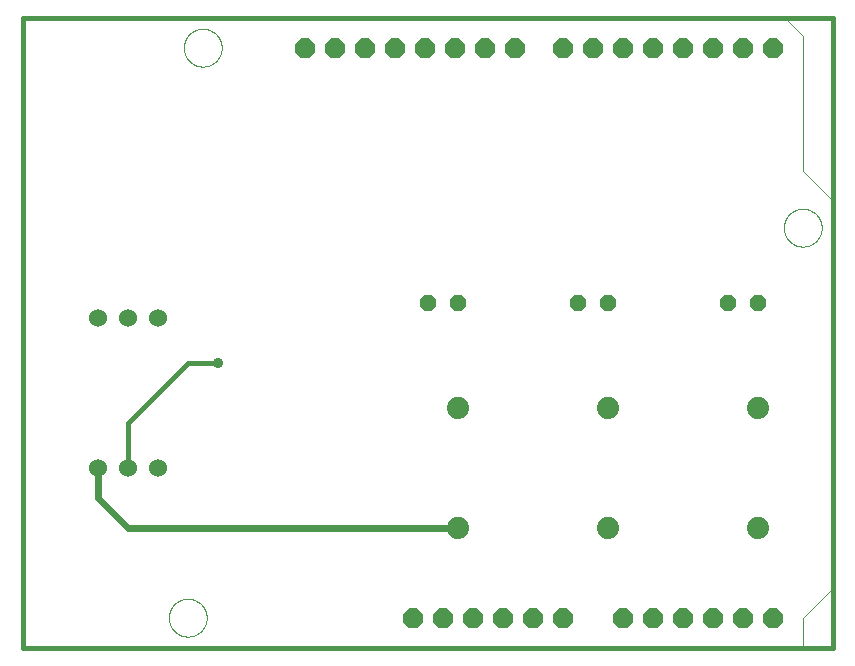
<source format=gbl>
G75*
%MOIN*%
%OFA0B0*%
%FSLAX25Y25*%
%IPPOS*%
%LPD*%
%AMOC8*
5,1,8,0,0,1.08239X$1,22.5*
%
%ADD10C,0.01600*%
%ADD11C,0.06000*%
%ADD12OC8,0.05200*%
%ADD13C,0.07400*%
%ADD14C,0.00000*%
%ADD15OC8,0.06600*%
%ADD16C,0.02400*%
%ADD17C,0.03562*%
D10*
X0027000Y0005000D02*
X0297000Y0005000D01*
X0297000Y0215000D01*
X0027000Y0215000D01*
X0027000Y0005000D01*
X0062000Y0065000D02*
X0062000Y0080000D01*
X0082000Y0100000D01*
X0092000Y0100000D01*
D11*
X0072000Y0115000D03*
X0062000Y0115000D03*
X0052000Y0115000D03*
X0052000Y0065000D03*
X0062000Y0065000D03*
X0072000Y0065000D03*
D12*
X0162000Y0120000D03*
X0172000Y0120000D03*
X0212000Y0120000D03*
X0222000Y0120000D03*
X0262000Y0120000D03*
X0272000Y0120000D03*
D13*
X0272000Y0085000D03*
X0222000Y0085000D03*
X0172000Y0085000D03*
X0172000Y0045000D03*
X0222000Y0045000D03*
X0272000Y0045000D03*
D14*
X0027000Y0005000D02*
X0027000Y0215000D01*
X0281000Y0215000D01*
X0287000Y0209000D01*
X0287000Y0164000D01*
X0297000Y0154000D01*
X0297000Y0025000D01*
X0287000Y0015000D01*
X0287000Y0005000D01*
X0027000Y0005000D01*
X0075701Y0015000D02*
X0075703Y0015158D01*
X0075709Y0015316D01*
X0075719Y0015474D01*
X0075733Y0015632D01*
X0075751Y0015789D01*
X0075772Y0015946D01*
X0075798Y0016102D01*
X0075828Y0016258D01*
X0075861Y0016413D01*
X0075899Y0016566D01*
X0075940Y0016719D01*
X0075985Y0016871D01*
X0076034Y0017022D01*
X0076087Y0017171D01*
X0076143Y0017319D01*
X0076203Y0017465D01*
X0076267Y0017610D01*
X0076335Y0017753D01*
X0076406Y0017895D01*
X0076480Y0018035D01*
X0076558Y0018172D01*
X0076640Y0018308D01*
X0076724Y0018442D01*
X0076813Y0018573D01*
X0076904Y0018702D01*
X0076999Y0018829D01*
X0077096Y0018954D01*
X0077197Y0019076D01*
X0077301Y0019195D01*
X0077408Y0019312D01*
X0077518Y0019426D01*
X0077631Y0019537D01*
X0077746Y0019646D01*
X0077864Y0019751D01*
X0077985Y0019853D01*
X0078108Y0019953D01*
X0078234Y0020049D01*
X0078362Y0020142D01*
X0078492Y0020232D01*
X0078625Y0020318D01*
X0078760Y0020402D01*
X0078896Y0020481D01*
X0079035Y0020558D01*
X0079176Y0020630D01*
X0079318Y0020700D01*
X0079462Y0020765D01*
X0079608Y0020827D01*
X0079755Y0020885D01*
X0079904Y0020940D01*
X0080054Y0020991D01*
X0080205Y0021038D01*
X0080357Y0021081D01*
X0080510Y0021120D01*
X0080665Y0021156D01*
X0080820Y0021187D01*
X0080976Y0021215D01*
X0081132Y0021239D01*
X0081289Y0021259D01*
X0081447Y0021275D01*
X0081604Y0021287D01*
X0081763Y0021295D01*
X0081921Y0021299D01*
X0082079Y0021299D01*
X0082237Y0021295D01*
X0082396Y0021287D01*
X0082553Y0021275D01*
X0082711Y0021259D01*
X0082868Y0021239D01*
X0083024Y0021215D01*
X0083180Y0021187D01*
X0083335Y0021156D01*
X0083490Y0021120D01*
X0083643Y0021081D01*
X0083795Y0021038D01*
X0083946Y0020991D01*
X0084096Y0020940D01*
X0084245Y0020885D01*
X0084392Y0020827D01*
X0084538Y0020765D01*
X0084682Y0020700D01*
X0084824Y0020630D01*
X0084965Y0020558D01*
X0085104Y0020481D01*
X0085240Y0020402D01*
X0085375Y0020318D01*
X0085508Y0020232D01*
X0085638Y0020142D01*
X0085766Y0020049D01*
X0085892Y0019953D01*
X0086015Y0019853D01*
X0086136Y0019751D01*
X0086254Y0019646D01*
X0086369Y0019537D01*
X0086482Y0019426D01*
X0086592Y0019312D01*
X0086699Y0019195D01*
X0086803Y0019076D01*
X0086904Y0018954D01*
X0087001Y0018829D01*
X0087096Y0018702D01*
X0087187Y0018573D01*
X0087276Y0018442D01*
X0087360Y0018308D01*
X0087442Y0018172D01*
X0087520Y0018035D01*
X0087594Y0017895D01*
X0087665Y0017753D01*
X0087733Y0017610D01*
X0087797Y0017465D01*
X0087857Y0017319D01*
X0087913Y0017171D01*
X0087966Y0017022D01*
X0088015Y0016871D01*
X0088060Y0016719D01*
X0088101Y0016566D01*
X0088139Y0016413D01*
X0088172Y0016258D01*
X0088202Y0016102D01*
X0088228Y0015946D01*
X0088249Y0015789D01*
X0088267Y0015632D01*
X0088281Y0015474D01*
X0088291Y0015316D01*
X0088297Y0015158D01*
X0088299Y0015000D01*
X0088297Y0014842D01*
X0088291Y0014684D01*
X0088281Y0014526D01*
X0088267Y0014368D01*
X0088249Y0014211D01*
X0088228Y0014054D01*
X0088202Y0013898D01*
X0088172Y0013742D01*
X0088139Y0013587D01*
X0088101Y0013434D01*
X0088060Y0013281D01*
X0088015Y0013129D01*
X0087966Y0012978D01*
X0087913Y0012829D01*
X0087857Y0012681D01*
X0087797Y0012535D01*
X0087733Y0012390D01*
X0087665Y0012247D01*
X0087594Y0012105D01*
X0087520Y0011965D01*
X0087442Y0011828D01*
X0087360Y0011692D01*
X0087276Y0011558D01*
X0087187Y0011427D01*
X0087096Y0011298D01*
X0087001Y0011171D01*
X0086904Y0011046D01*
X0086803Y0010924D01*
X0086699Y0010805D01*
X0086592Y0010688D01*
X0086482Y0010574D01*
X0086369Y0010463D01*
X0086254Y0010354D01*
X0086136Y0010249D01*
X0086015Y0010147D01*
X0085892Y0010047D01*
X0085766Y0009951D01*
X0085638Y0009858D01*
X0085508Y0009768D01*
X0085375Y0009682D01*
X0085240Y0009598D01*
X0085104Y0009519D01*
X0084965Y0009442D01*
X0084824Y0009370D01*
X0084682Y0009300D01*
X0084538Y0009235D01*
X0084392Y0009173D01*
X0084245Y0009115D01*
X0084096Y0009060D01*
X0083946Y0009009D01*
X0083795Y0008962D01*
X0083643Y0008919D01*
X0083490Y0008880D01*
X0083335Y0008844D01*
X0083180Y0008813D01*
X0083024Y0008785D01*
X0082868Y0008761D01*
X0082711Y0008741D01*
X0082553Y0008725D01*
X0082396Y0008713D01*
X0082237Y0008705D01*
X0082079Y0008701D01*
X0081921Y0008701D01*
X0081763Y0008705D01*
X0081604Y0008713D01*
X0081447Y0008725D01*
X0081289Y0008741D01*
X0081132Y0008761D01*
X0080976Y0008785D01*
X0080820Y0008813D01*
X0080665Y0008844D01*
X0080510Y0008880D01*
X0080357Y0008919D01*
X0080205Y0008962D01*
X0080054Y0009009D01*
X0079904Y0009060D01*
X0079755Y0009115D01*
X0079608Y0009173D01*
X0079462Y0009235D01*
X0079318Y0009300D01*
X0079176Y0009370D01*
X0079035Y0009442D01*
X0078896Y0009519D01*
X0078760Y0009598D01*
X0078625Y0009682D01*
X0078492Y0009768D01*
X0078362Y0009858D01*
X0078234Y0009951D01*
X0078108Y0010047D01*
X0077985Y0010147D01*
X0077864Y0010249D01*
X0077746Y0010354D01*
X0077631Y0010463D01*
X0077518Y0010574D01*
X0077408Y0010688D01*
X0077301Y0010805D01*
X0077197Y0010924D01*
X0077096Y0011046D01*
X0076999Y0011171D01*
X0076904Y0011298D01*
X0076813Y0011427D01*
X0076724Y0011558D01*
X0076640Y0011692D01*
X0076558Y0011828D01*
X0076480Y0011965D01*
X0076406Y0012105D01*
X0076335Y0012247D01*
X0076267Y0012390D01*
X0076203Y0012535D01*
X0076143Y0012681D01*
X0076087Y0012829D01*
X0076034Y0012978D01*
X0075985Y0013129D01*
X0075940Y0013281D01*
X0075899Y0013434D01*
X0075861Y0013587D01*
X0075828Y0013742D01*
X0075798Y0013898D01*
X0075772Y0014054D01*
X0075751Y0014211D01*
X0075733Y0014368D01*
X0075719Y0014526D01*
X0075709Y0014684D01*
X0075703Y0014842D01*
X0075701Y0015000D01*
X0280701Y0145000D02*
X0280703Y0145158D01*
X0280709Y0145316D01*
X0280719Y0145474D01*
X0280733Y0145632D01*
X0280751Y0145789D01*
X0280772Y0145946D01*
X0280798Y0146102D01*
X0280828Y0146258D01*
X0280861Y0146413D01*
X0280899Y0146566D01*
X0280940Y0146719D01*
X0280985Y0146871D01*
X0281034Y0147022D01*
X0281087Y0147171D01*
X0281143Y0147319D01*
X0281203Y0147465D01*
X0281267Y0147610D01*
X0281335Y0147753D01*
X0281406Y0147895D01*
X0281480Y0148035D01*
X0281558Y0148172D01*
X0281640Y0148308D01*
X0281724Y0148442D01*
X0281813Y0148573D01*
X0281904Y0148702D01*
X0281999Y0148829D01*
X0282096Y0148954D01*
X0282197Y0149076D01*
X0282301Y0149195D01*
X0282408Y0149312D01*
X0282518Y0149426D01*
X0282631Y0149537D01*
X0282746Y0149646D01*
X0282864Y0149751D01*
X0282985Y0149853D01*
X0283108Y0149953D01*
X0283234Y0150049D01*
X0283362Y0150142D01*
X0283492Y0150232D01*
X0283625Y0150318D01*
X0283760Y0150402D01*
X0283896Y0150481D01*
X0284035Y0150558D01*
X0284176Y0150630D01*
X0284318Y0150700D01*
X0284462Y0150765D01*
X0284608Y0150827D01*
X0284755Y0150885D01*
X0284904Y0150940D01*
X0285054Y0150991D01*
X0285205Y0151038D01*
X0285357Y0151081D01*
X0285510Y0151120D01*
X0285665Y0151156D01*
X0285820Y0151187D01*
X0285976Y0151215D01*
X0286132Y0151239D01*
X0286289Y0151259D01*
X0286447Y0151275D01*
X0286604Y0151287D01*
X0286763Y0151295D01*
X0286921Y0151299D01*
X0287079Y0151299D01*
X0287237Y0151295D01*
X0287396Y0151287D01*
X0287553Y0151275D01*
X0287711Y0151259D01*
X0287868Y0151239D01*
X0288024Y0151215D01*
X0288180Y0151187D01*
X0288335Y0151156D01*
X0288490Y0151120D01*
X0288643Y0151081D01*
X0288795Y0151038D01*
X0288946Y0150991D01*
X0289096Y0150940D01*
X0289245Y0150885D01*
X0289392Y0150827D01*
X0289538Y0150765D01*
X0289682Y0150700D01*
X0289824Y0150630D01*
X0289965Y0150558D01*
X0290104Y0150481D01*
X0290240Y0150402D01*
X0290375Y0150318D01*
X0290508Y0150232D01*
X0290638Y0150142D01*
X0290766Y0150049D01*
X0290892Y0149953D01*
X0291015Y0149853D01*
X0291136Y0149751D01*
X0291254Y0149646D01*
X0291369Y0149537D01*
X0291482Y0149426D01*
X0291592Y0149312D01*
X0291699Y0149195D01*
X0291803Y0149076D01*
X0291904Y0148954D01*
X0292001Y0148829D01*
X0292096Y0148702D01*
X0292187Y0148573D01*
X0292276Y0148442D01*
X0292360Y0148308D01*
X0292442Y0148172D01*
X0292520Y0148035D01*
X0292594Y0147895D01*
X0292665Y0147753D01*
X0292733Y0147610D01*
X0292797Y0147465D01*
X0292857Y0147319D01*
X0292913Y0147171D01*
X0292966Y0147022D01*
X0293015Y0146871D01*
X0293060Y0146719D01*
X0293101Y0146566D01*
X0293139Y0146413D01*
X0293172Y0146258D01*
X0293202Y0146102D01*
X0293228Y0145946D01*
X0293249Y0145789D01*
X0293267Y0145632D01*
X0293281Y0145474D01*
X0293291Y0145316D01*
X0293297Y0145158D01*
X0293299Y0145000D01*
X0293297Y0144842D01*
X0293291Y0144684D01*
X0293281Y0144526D01*
X0293267Y0144368D01*
X0293249Y0144211D01*
X0293228Y0144054D01*
X0293202Y0143898D01*
X0293172Y0143742D01*
X0293139Y0143587D01*
X0293101Y0143434D01*
X0293060Y0143281D01*
X0293015Y0143129D01*
X0292966Y0142978D01*
X0292913Y0142829D01*
X0292857Y0142681D01*
X0292797Y0142535D01*
X0292733Y0142390D01*
X0292665Y0142247D01*
X0292594Y0142105D01*
X0292520Y0141965D01*
X0292442Y0141828D01*
X0292360Y0141692D01*
X0292276Y0141558D01*
X0292187Y0141427D01*
X0292096Y0141298D01*
X0292001Y0141171D01*
X0291904Y0141046D01*
X0291803Y0140924D01*
X0291699Y0140805D01*
X0291592Y0140688D01*
X0291482Y0140574D01*
X0291369Y0140463D01*
X0291254Y0140354D01*
X0291136Y0140249D01*
X0291015Y0140147D01*
X0290892Y0140047D01*
X0290766Y0139951D01*
X0290638Y0139858D01*
X0290508Y0139768D01*
X0290375Y0139682D01*
X0290240Y0139598D01*
X0290104Y0139519D01*
X0289965Y0139442D01*
X0289824Y0139370D01*
X0289682Y0139300D01*
X0289538Y0139235D01*
X0289392Y0139173D01*
X0289245Y0139115D01*
X0289096Y0139060D01*
X0288946Y0139009D01*
X0288795Y0138962D01*
X0288643Y0138919D01*
X0288490Y0138880D01*
X0288335Y0138844D01*
X0288180Y0138813D01*
X0288024Y0138785D01*
X0287868Y0138761D01*
X0287711Y0138741D01*
X0287553Y0138725D01*
X0287396Y0138713D01*
X0287237Y0138705D01*
X0287079Y0138701D01*
X0286921Y0138701D01*
X0286763Y0138705D01*
X0286604Y0138713D01*
X0286447Y0138725D01*
X0286289Y0138741D01*
X0286132Y0138761D01*
X0285976Y0138785D01*
X0285820Y0138813D01*
X0285665Y0138844D01*
X0285510Y0138880D01*
X0285357Y0138919D01*
X0285205Y0138962D01*
X0285054Y0139009D01*
X0284904Y0139060D01*
X0284755Y0139115D01*
X0284608Y0139173D01*
X0284462Y0139235D01*
X0284318Y0139300D01*
X0284176Y0139370D01*
X0284035Y0139442D01*
X0283896Y0139519D01*
X0283760Y0139598D01*
X0283625Y0139682D01*
X0283492Y0139768D01*
X0283362Y0139858D01*
X0283234Y0139951D01*
X0283108Y0140047D01*
X0282985Y0140147D01*
X0282864Y0140249D01*
X0282746Y0140354D01*
X0282631Y0140463D01*
X0282518Y0140574D01*
X0282408Y0140688D01*
X0282301Y0140805D01*
X0282197Y0140924D01*
X0282096Y0141046D01*
X0281999Y0141171D01*
X0281904Y0141298D01*
X0281813Y0141427D01*
X0281724Y0141558D01*
X0281640Y0141692D01*
X0281558Y0141828D01*
X0281480Y0141965D01*
X0281406Y0142105D01*
X0281335Y0142247D01*
X0281267Y0142390D01*
X0281203Y0142535D01*
X0281143Y0142681D01*
X0281087Y0142829D01*
X0281034Y0142978D01*
X0280985Y0143129D01*
X0280940Y0143281D01*
X0280899Y0143434D01*
X0280861Y0143587D01*
X0280828Y0143742D01*
X0280798Y0143898D01*
X0280772Y0144054D01*
X0280751Y0144211D01*
X0280733Y0144368D01*
X0280719Y0144526D01*
X0280709Y0144684D01*
X0280703Y0144842D01*
X0280701Y0145000D01*
X0080701Y0205000D02*
X0080703Y0205158D01*
X0080709Y0205316D01*
X0080719Y0205474D01*
X0080733Y0205632D01*
X0080751Y0205789D01*
X0080772Y0205946D01*
X0080798Y0206102D01*
X0080828Y0206258D01*
X0080861Y0206413D01*
X0080899Y0206566D01*
X0080940Y0206719D01*
X0080985Y0206871D01*
X0081034Y0207022D01*
X0081087Y0207171D01*
X0081143Y0207319D01*
X0081203Y0207465D01*
X0081267Y0207610D01*
X0081335Y0207753D01*
X0081406Y0207895D01*
X0081480Y0208035D01*
X0081558Y0208172D01*
X0081640Y0208308D01*
X0081724Y0208442D01*
X0081813Y0208573D01*
X0081904Y0208702D01*
X0081999Y0208829D01*
X0082096Y0208954D01*
X0082197Y0209076D01*
X0082301Y0209195D01*
X0082408Y0209312D01*
X0082518Y0209426D01*
X0082631Y0209537D01*
X0082746Y0209646D01*
X0082864Y0209751D01*
X0082985Y0209853D01*
X0083108Y0209953D01*
X0083234Y0210049D01*
X0083362Y0210142D01*
X0083492Y0210232D01*
X0083625Y0210318D01*
X0083760Y0210402D01*
X0083896Y0210481D01*
X0084035Y0210558D01*
X0084176Y0210630D01*
X0084318Y0210700D01*
X0084462Y0210765D01*
X0084608Y0210827D01*
X0084755Y0210885D01*
X0084904Y0210940D01*
X0085054Y0210991D01*
X0085205Y0211038D01*
X0085357Y0211081D01*
X0085510Y0211120D01*
X0085665Y0211156D01*
X0085820Y0211187D01*
X0085976Y0211215D01*
X0086132Y0211239D01*
X0086289Y0211259D01*
X0086447Y0211275D01*
X0086604Y0211287D01*
X0086763Y0211295D01*
X0086921Y0211299D01*
X0087079Y0211299D01*
X0087237Y0211295D01*
X0087396Y0211287D01*
X0087553Y0211275D01*
X0087711Y0211259D01*
X0087868Y0211239D01*
X0088024Y0211215D01*
X0088180Y0211187D01*
X0088335Y0211156D01*
X0088490Y0211120D01*
X0088643Y0211081D01*
X0088795Y0211038D01*
X0088946Y0210991D01*
X0089096Y0210940D01*
X0089245Y0210885D01*
X0089392Y0210827D01*
X0089538Y0210765D01*
X0089682Y0210700D01*
X0089824Y0210630D01*
X0089965Y0210558D01*
X0090104Y0210481D01*
X0090240Y0210402D01*
X0090375Y0210318D01*
X0090508Y0210232D01*
X0090638Y0210142D01*
X0090766Y0210049D01*
X0090892Y0209953D01*
X0091015Y0209853D01*
X0091136Y0209751D01*
X0091254Y0209646D01*
X0091369Y0209537D01*
X0091482Y0209426D01*
X0091592Y0209312D01*
X0091699Y0209195D01*
X0091803Y0209076D01*
X0091904Y0208954D01*
X0092001Y0208829D01*
X0092096Y0208702D01*
X0092187Y0208573D01*
X0092276Y0208442D01*
X0092360Y0208308D01*
X0092442Y0208172D01*
X0092520Y0208035D01*
X0092594Y0207895D01*
X0092665Y0207753D01*
X0092733Y0207610D01*
X0092797Y0207465D01*
X0092857Y0207319D01*
X0092913Y0207171D01*
X0092966Y0207022D01*
X0093015Y0206871D01*
X0093060Y0206719D01*
X0093101Y0206566D01*
X0093139Y0206413D01*
X0093172Y0206258D01*
X0093202Y0206102D01*
X0093228Y0205946D01*
X0093249Y0205789D01*
X0093267Y0205632D01*
X0093281Y0205474D01*
X0093291Y0205316D01*
X0093297Y0205158D01*
X0093299Y0205000D01*
X0093297Y0204842D01*
X0093291Y0204684D01*
X0093281Y0204526D01*
X0093267Y0204368D01*
X0093249Y0204211D01*
X0093228Y0204054D01*
X0093202Y0203898D01*
X0093172Y0203742D01*
X0093139Y0203587D01*
X0093101Y0203434D01*
X0093060Y0203281D01*
X0093015Y0203129D01*
X0092966Y0202978D01*
X0092913Y0202829D01*
X0092857Y0202681D01*
X0092797Y0202535D01*
X0092733Y0202390D01*
X0092665Y0202247D01*
X0092594Y0202105D01*
X0092520Y0201965D01*
X0092442Y0201828D01*
X0092360Y0201692D01*
X0092276Y0201558D01*
X0092187Y0201427D01*
X0092096Y0201298D01*
X0092001Y0201171D01*
X0091904Y0201046D01*
X0091803Y0200924D01*
X0091699Y0200805D01*
X0091592Y0200688D01*
X0091482Y0200574D01*
X0091369Y0200463D01*
X0091254Y0200354D01*
X0091136Y0200249D01*
X0091015Y0200147D01*
X0090892Y0200047D01*
X0090766Y0199951D01*
X0090638Y0199858D01*
X0090508Y0199768D01*
X0090375Y0199682D01*
X0090240Y0199598D01*
X0090104Y0199519D01*
X0089965Y0199442D01*
X0089824Y0199370D01*
X0089682Y0199300D01*
X0089538Y0199235D01*
X0089392Y0199173D01*
X0089245Y0199115D01*
X0089096Y0199060D01*
X0088946Y0199009D01*
X0088795Y0198962D01*
X0088643Y0198919D01*
X0088490Y0198880D01*
X0088335Y0198844D01*
X0088180Y0198813D01*
X0088024Y0198785D01*
X0087868Y0198761D01*
X0087711Y0198741D01*
X0087553Y0198725D01*
X0087396Y0198713D01*
X0087237Y0198705D01*
X0087079Y0198701D01*
X0086921Y0198701D01*
X0086763Y0198705D01*
X0086604Y0198713D01*
X0086447Y0198725D01*
X0086289Y0198741D01*
X0086132Y0198761D01*
X0085976Y0198785D01*
X0085820Y0198813D01*
X0085665Y0198844D01*
X0085510Y0198880D01*
X0085357Y0198919D01*
X0085205Y0198962D01*
X0085054Y0199009D01*
X0084904Y0199060D01*
X0084755Y0199115D01*
X0084608Y0199173D01*
X0084462Y0199235D01*
X0084318Y0199300D01*
X0084176Y0199370D01*
X0084035Y0199442D01*
X0083896Y0199519D01*
X0083760Y0199598D01*
X0083625Y0199682D01*
X0083492Y0199768D01*
X0083362Y0199858D01*
X0083234Y0199951D01*
X0083108Y0200047D01*
X0082985Y0200147D01*
X0082864Y0200249D01*
X0082746Y0200354D01*
X0082631Y0200463D01*
X0082518Y0200574D01*
X0082408Y0200688D01*
X0082301Y0200805D01*
X0082197Y0200924D01*
X0082096Y0201046D01*
X0081999Y0201171D01*
X0081904Y0201298D01*
X0081813Y0201427D01*
X0081724Y0201558D01*
X0081640Y0201692D01*
X0081558Y0201828D01*
X0081480Y0201965D01*
X0081406Y0202105D01*
X0081335Y0202247D01*
X0081267Y0202390D01*
X0081203Y0202535D01*
X0081143Y0202681D01*
X0081087Y0202829D01*
X0081034Y0202978D01*
X0080985Y0203129D01*
X0080940Y0203281D01*
X0080899Y0203434D01*
X0080861Y0203587D01*
X0080828Y0203742D01*
X0080798Y0203898D01*
X0080772Y0204054D01*
X0080751Y0204211D01*
X0080733Y0204368D01*
X0080719Y0204526D01*
X0080709Y0204684D01*
X0080703Y0204842D01*
X0080701Y0205000D01*
D15*
X0121000Y0205000D03*
X0131000Y0205000D03*
X0141000Y0205000D03*
X0151000Y0205000D03*
X0161000Y0205000D03*
X0171000Y0205000D03*
X0181000Y0205000D03*
X0191000Y0205000D03*
X0207000Y0205000D03*
X0217000Y0205000D03*
X0227000Y0205000D03*
X0237000Y0205000D03*
X0247000Y0205000D03*
X0257000Y0205000D03*
X0267000Y0205000D03*
X0277000Y0205000D03*
X0277000Y0015000D03*
X0267000Y0015000D03*
X0257000Y0015000D03*
X0247000Y0015000D03*
X0237000Y0015000D03*
X0227000Y0015000D03*
X0207000Y0015000D03*
X0197000Y0015000D03*
X0187000Y0015000D03*
X0177000Y0015000D03*
X0167000Y0015000D03*
X0157000Y0015000D03*
D16*
X0172000Y0045000D02*
X0062000Y0045000D01*
X0052000Y0055000D01*
X0052000Y0065000D01*
D17*
X0092000Y0100000D03*
M02*

</source>
